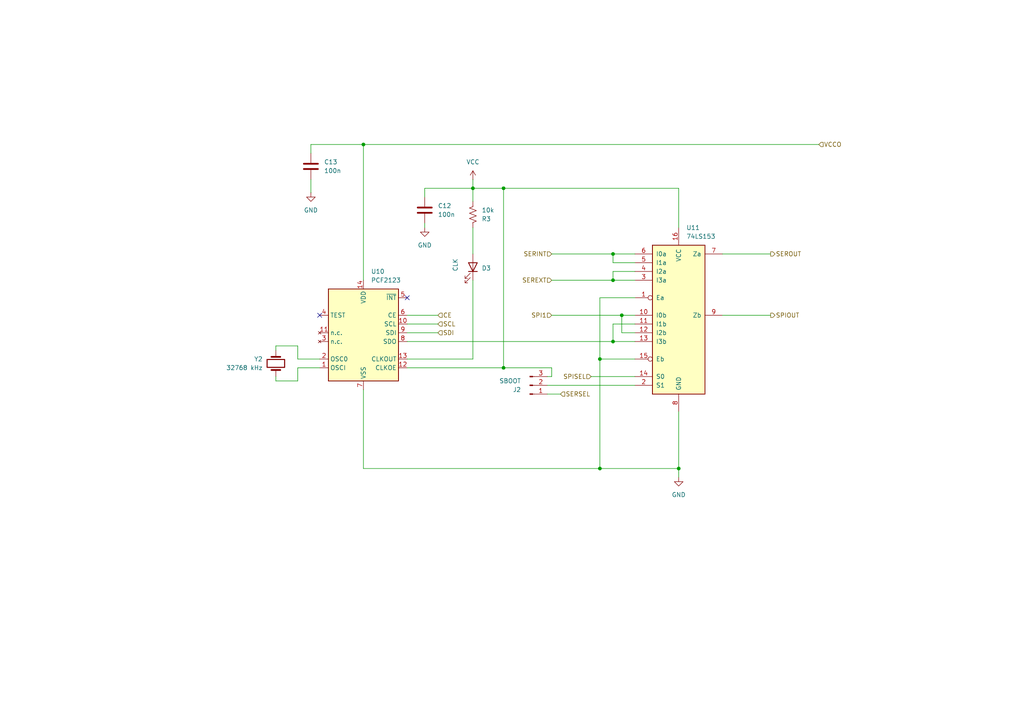
<source format=kicad_sch>
(kicad_sch
	(version 20231120)
	(generator "eeschema")
	(generator_version "8.0")
	(uuid "630bbb62-6ba5-4936-9da7-1bbdb60ab458")
	(paper "A4")
	(title_block
		(title "Mini11/8E Board V1.1")
	)
	(lib_symbols
		(symbol "74xx:74LS153"
			(pin_names
				(offset 1.016)
			)
			(exclude_from_sim no)
			(in_bom yes)
			(on_board yes)
			(property "Reference" "U"
				(at -7.62 21.59 0)
				(effects
					(font
						(size 1.27 1.27)
					)
				)
			)
			(property "Value" "74LS153"
				(at -7.62 -24.13 0)
				(effects
					(font
						(size 1.27 1.27)
					)
				)
			)
			(property "Footprint" ""
				(at 0 0 0)
				(effects
					(font
						(size 1.27 1.27)
					)
					(hide yes)
				)
			)
			(property "Datasheet" "http://www.ti.com/lit/gpn/sn74LS153"
				(at 0 0 0)
				(effects
					(font
						(size 1.27 1.27)
					)
					(hide yes)
				)
			)
			(property "Description" "Dual Multiplexer 4 to 1"
				(at 0 0 0)
				(effects
					(font
						(size 1.27 1.27)
					)
					(hide yes)
				)
			)
			(property "ki_locked" ""
				(at 0 0 0)
				(effects
					(font
						(size 1.27 1.27)
					)
				)
			)
			(property "ki_keywords" "TTL Mux4"
				(at 0 0 0)
				(effects
					(font
						(size 1.27 1.27)
					)
					(hide yes)
				)
			)
			(property "ki_fp_filters" "DIP?16*"
				(at 0 0 0)
				(effects
					(font
						(size 1.27 1.27)
					)
					(hide yes)
				)
			)
			(symbol "74LS153_1_0"
				(pin input inverted
					(at -12.7 5.08 0)
					(length 5.08)
					(name "Ea"
						(effects
							(font
								(size 1.27 1.27)
							)
						)
					)
					(number "1"
						(effects
							(font
								(size 1.27 1.27)
							)
						)
					)
				)
				(pin input line
					(at -12.7 0 0)
					(length 5.08)
					(name "I0b"
						(effects
							(font
								(size 1.27 1.27)
							)
						)
					)
					(number "10"
						(effects
							(font
								(size 1.27 1.27)
							)
						)
					)
				)
				(pin input line
					(at -12.7 -2.54 0)
					(length 5.08)
					(name "I1b"
						(effects
							(font
								(size 1.27 1.27)
							)
						)
					)
					(number "11"
						(effects
							(font
								(size 1.27 1.27)
							)
						)
					)
				)
				(pin input line
					(at -12.7 -5.08 0)
					(length 5.08)
					(name "I2b"
						(effects
							(font
								(size 1.27 1.27)
							)
						)
					)
					(number "12"
						(effects
							(font
								(size 1.27 1.27)
							)
						)
					)
				)
				(pin input line
					(at -12.7 -7.62 0)
					(length 5.08)
					(name "I3b"
						(effects
							(font
								(size 1.27 1.27)
							)
						)
					)
					(number "13"
						(effects
							(font
								(size 1.27 1.27)
							)
						)
					)
				)
				(pin input line
					(at -12.7 -17.78 0)
					(length 5.08)
					(name "S0"
						(effects
							(font
								(size 1.27 1.27)
							)
						)
					)
					(number "14"
						(effects
							(font
								(size 1.27 1.27)
							)
						)
					)
				)
				(pin input inverted
					(at -12.7 -12.7 0)
					(length 5.08)
					(name "Eb"
						(effects
							(font
								(size 1.27 1.27)
							)
						)
					)
					(number "15"
						(effects
							(font
								(size 1.27 1.27)
							)
						)
					)
				)
				(pin power_in line
					(at 0 25.4 270)
					(length 5.08)
					(name "VCC"
						(effects
							(font
								(size 1.27 1.27)
							)
						)
					)
					(number "16"
						(effects
							(font
								(size 1.27 1.27)
							)
						)
					)
				)
				(pin input line
					(at -12.7 -20.32 0)
					(length 5.08)
					(name "S1"
						(effects
							(font
								(size 1.27 1.27)
							)
						)
					)
					(number "2"
						(effects
							(font
								(size 1.27 1.27)
							)
						)
					)
				)
				(pin input line
					(at -12.7 10.16 0)
					(length 5.08)
					(name "I3a"
						(effects
							(font
								(size 1.27 1.27)
							)
						)
					)
					(number "3"
						(effects
							(font
								(size 1.27 1.27)
							)
						)
					)
				)
				(pin input line
					(at -12.7 12.7 0)
					(length 5.08)
					(name "I2a"
						(effects
							(font
								(size 1.27 1.27)
							)
						)
					)
					(number "4"
						(effects
							(font
								(size 1.27 1.27)
							)
						)
					)
				)
				(pin input line
					(at -12.7 15.24 0)
					(length 5.08)
					(name "I1a"
						(effects
							(font
								(size 1.27 1.27)
							)
						)
					)
					(number "5"
						(effects
							(font
								(size 1.27 1.27)
							)
						)
					)
				)
				(pin input line
					(at -12.7 17.78 0)
					(length 5.08)
					(name "I0a"
						(effects
							(font
								(size 1.27 1.27)
							)
						)
					)
					(number "6"
						(effects
							(font
								(size 1.27 1.27)
							)
						)
					)
				)
				(pin output line
					(at 12.7 17.78 180)
					(length 5.08)
					(name "Za"
						(effects
							(font
								(size 1.27 1.27)
							)
						)
					)
					(number "7"
						(effects
							(font
								(size 1.27 1.27)
							)
						)
					)
				)
				(pin power_in line
					(at 0 -27.94 90)
					(length 5.08)
					(name "GND"
						(effects
							(font
								(size 1.27 1.27)
							)
						)
					)
					(number "8"
						(effects
							(font
								(size 1.27 1.27)
							)
						)
					)
				)
				(pin output line
					(at 12.7 0 180)
					(length 5.08)
					(name "Zb"
						(effects
							(font
								(size 1.27 1.27)
							)
						)
					)
					(number "9"
						(effects
							(font
								(size 1.27 1.27)
							)
						)
					)
				)
			)
			(symbol "74LS153_1_1"
				(rectangle
					(start -7.62 20.32)
					(end 7.62 -22.86)
					(stroke
						(width 0.254)
						(type default)
					)
					(fill
						(type background)
					)
				)
			)
		)
		(symbol "Connector:Conn_01x03_Pin"
			(pin_names
				(offset 1.016) hide)
			(exclude_from_sim no)
			(in_bom yes)
			(on_board yes)
			(property "Reference" "J"
				(at 0 5.08 0)
				(effects
					(font
						(size 1.27 1.27)
					)
				)
			)
			(property "Value" "Conn_01x03_Pin"
				(at 0 -5.08 0)
				(effects
					(font
						(size 1.27 1.27)
					)
				)
			)
			(property "Footprint" ""
				(at 0 0 0)
				(effects
					(font
						(size 1.27 1.27)
					)
					(hide yes)
				)
			)
			(property "Datasheet" "~"
				(at 0 0 0)
				(effects
					(font
						(size 1.27 1.27)
					)
					(hide yes)
				)
			)
			(property "Description" "Generic connector, single row, 01x03, script generated"
				(at 0 0 0)
				(effects
					(font
						(size 1.27 1.27)
					)
					(hide yes)
				)
			)
			(property "ki_locked" ""
				(at 0 0 0)
				(effects
					(font
						(size 1.27 1.27)
					)
				)
			)
			(property "ki_keywords" "connector"
				(at 0 0 0)
				(effects
					(font
						(size 1.27 1.27)
					)
					(hide yes)
				)
			)
			(property "ki_fp_filters" "Connector*:*_1x??_*"
				(at 0 0 0)
				(effects
					(font
						(size 1.27 1.27)
					)
					(hide yes)
				)
			)
			(symbol "Conn_01x03_Pin_1_1"
				(polyline
					(pts
						(xy 1.27 -2.54) (xy 0.8636 -2.54)
					)
					(stroke
						(width 0.1524)
						(type default)
					)
					(fill
						(type none)
					)
				)
				(polyline
					(pts
						(xy 1.27 0) (xy 0.8636 0)
					)
					(stroke
						(width 0.1524)
						(type default)
					)
					(fill
						(type none)
					)
				)
				(polyline
					(pts
						(xy 1.27 2.54) (xy 0.8636 2.54)
					)
					(stroke
						(width 0.1524)
						(type default)
					)
					(fill
						(type none)
					)
				)
				(rectangle
					(start 0.8636 -2.413)
					(end 0 -2.667)
					(stroke
						(width 0.1524)
						(type default)
					)
					(fill
						(type outline)
					)
				)
				(rectangle
					(start 0.8636 0.127)
					(end 0 -0.127)
					(stroke
						(width 0.1524)
						(type default)
					)
					(fill
						(type outline)
					)
				)
				(rectangle
					(start 0.8636 2.667)
					(end 0 2.413)
					(stroke
						(width 0.1524)
						(type default)
					)
					(fill
						(type outline)
					)
				)
				(pin passive line
					(at 5.08 2.54 180)
					(length 3.81)
					(name "Pin_1"
						(effects
							(font
								(size 1.27 1.27)
							)
						)
					)
					(number "1"
						(effects
							(font
								(size 1.27 1.27)
							)
						)
					)
				)
				(pin passive line
					(at 5.08 0 180)
					(length 3.81)
					(name "Pin_2"
						(effects
							(font
								(size 1.27 1.27)
							)
						)
					)
					(number "2"
						(effects
							(font
								(size 1.27 1.27)
							)
						)
					)
				)
				(pin passive line
					(at 5.08 -2.54 180)
					(length 3.81)
					(name "Pin_3"
						(effects
							(font
								(size 1.27 1.27)
							)
						)
					)
					(number "3"
						(effects
							(font
								(size 1.27 1.27)
							)
						)
					)
				)
			)
		)
		(symbol "Device:C"
			(pin_numbers hide)
			(pin_names
				(offset 0.254)
			)
			(exclude_from_sim no)
			(in_bom yes)
			(on_board yes)
			(property "Reference" "C"
				(at 0.635 2.54 0)
				(effects
					(font
						(size 1.27 1.27)
					)
					(justify left)
				)
			)
			(property "Value" "C"
				(at 0.635 -2.54 0)
				(effects
					(font
						(size 1.27 1.27)
					)
					(justify left)
				)
			)
			(property "Footprint" ""
				(at 0.9652 -3.81 0)
				(effects
					(font
						(size 1.27 1.27)
					)
					(hide yes)
				)
			)
			(property "Datasheet" "~"
				(at 0 0 0)
				(effects
					(font
						(size 1.27 1.27)
					)
					(hide yes)
				)
			)
			(property "Description" "Unpolarized capacitor"
				(at 0 0 0)
				(effects
					(font
						(size 1.27 1.27)
					)
					(hide yes)
				)
			)
			(property "ki_keywords" "cap capacitor"
				(at 0 0 0)
				(effects
					(font
						(size 1.27 1.27)
					)
					(hide yes)
				)
			)
			(property "ki_fp_filters" "C_*"
				(at 0 0 0)
				(effects
					(font
						(size 1.27 1.27)
					)
					(hide yes)
				)
			)
			(symbol "C_0_1"
				(polyline
					(pts
						(xy -2.032 -0.762) (xy 2.032 -0.762)
					)
					(stroke
						(width 0.508)
						(type default)
					)
					(fill
						(type none)
					)
				)
				(polyline
					(pts
						(xy -2.032 0.762) (xy 2.032 0.762)
					)
					(stroke
						(width 0.508)
						(type default)
					)
					(fill
						(type none)
					)
				)
			)
			(symbol "C_1_1"
				(pin passive line
					(at 0 3.81 270)
					(length 2.794)
					(name "~"
						(effects
							(font
								(size 1.27 1.27)
							)
						)
					)
					(number "1"
						(effects
							(font
								(size 1.27 1.27)
							)
						)
					)
				)
				(pin passive line
					(at 0 -3.81 90)
					(length 2.794)
					(name "~"
						(effects
							(font
								(size 1.27 1.27)
							)
						)
					)
					(number "2"
						(effects
							(font
								(size 1.27 1.27)
							)
						)
					)
				)
			)
		)
		(symbol "Device:Crystal"
			(pin_numbers hide)
			(pin_names
				(offset 1.016) hide)
			(exclude_from_sim no)
			(in_bom yes)
			(on_board yes)
			(property "Reference" "Y"
				(at 0 3.81 0)
				(effects
					(font
						(size 1.27 1.27)
					)
				)
			)
			(property "Value" "Crystal"
				(at 0 -3.81 0)
				(effects
					(font
						(size 1.27 1.27)
					)
				)
			)
			(property "Footprint" ""
				(at 0 0 0)
				(effects
					(font
						(size 1.27 1.27)
					)
					(hide yes)
				)
			)
			(property "Datasheet" "~"
				(at 0 0 0)
				(effects
					(font
						(size 1.27 1.27)
					)
					(hide yes)
				)
			)
			(property "Description" "Two pin crystal"
				(at 0 0 0)
				(effects
					(font
						(size 1.27 1.27)
					)
					(hide yes)
				)
			)
			(property "ki_keywords" "quartz ceramic resonator oscillator"
				(at 0 0 0)
				(effects
					(font
						(size 1.27 1.27)
					)
					(hide yes)
				)
			)
			(property "ki_fp_filters" "Crystal*"
				(at 0 0 0)
				(effects
					(font
						(size 1.27 1.27)
					)
					(hide yes)
				)
			)
			(symbol "Crystal_0_1"
				(rectangle
					(start -1.143 2.54)
					(end 1.143 -2.54)
					(stroke
						(width 0.3048)
						(type default)
					)
					(fill
						(type none)
					)
				)
				(polyline
					(pts
						(xy -2.54 0) (xy -1.905 0)
					)
					(stroke
						(width 0)
						(type default)
					)
					(fill
						(type none)
					)
				)
				(polyline
					(pts
						(xy -1.905 -1.27) (xy -1.905 1.27)
					)
					(stroke
						(width 0.508)
						(type default)
					)
					(fill
						(type none)
					)
				)
				(polyline
					(pts
						(xy 1.905 -1.27) (xy 1.905 1.27)
					)
					(stroke
						(width 0.508)
						(type default)
					)
					(fill
						(type none)
					)
				)
				(polyline
					(pts
						(xy 2.54 0) (xy 1.905 0)
					)
					(stroke
						(width 0)
						(type default)
					)
					(fill
						(type none)
					)
				)
			)
			(symbol "Crystal_1_1"
				(pin passive line
					(at -3.81 0 0)
					(length 1.27)
					(name "1"
						(effects
							(font
								(size 1.27 1.27)
							)
						)
					)
					(number "1"
						(effects
							(font
								(size 1.27 1.27)
							)
						)
					)
				)
				(pin passive line
					(at 3.81 0 180)
					(length 1.27)
					(name "2"
						(effects
							(font
								(size 1.27 1.27)
							)
						)
					)
					(number "2"
						(effects
							(font
								(size 1.27 1.27)
							)
						)
					)
				)
			)
		)
		(symbol "Device:LED"
			(pin_numbers hide)
			(pin_names
				(offset 1.016) hide)
			(exclude_from_sim no)
			(in_bom yes)
			(on_board yes)
			(property "Reference" "D"
				(at 0 2.54 0)
				(effects
					(font
						(size 1.27 1.27)
					)
				)
			)
			(property "Value" "LED"
				(at 0 -2.54 0)
				(effects
					(font
						(size 1.27 1.27)
					)
				)
			)
			(property "Footprint" ""
				(at 0 0 0)
				(effects
					(font
						(size 1.27 1.27)
					)
					(hide yes)
				)
			)
			(property "Datasheet" "~"
				(at 0 0 0)
				(effects
					(font
						(size 1.27 1.27)
					)
					(hide yes)
				)
			)
			(property "Description" "Light emitting diode"
				(at 0 0 0)
				(effects
					(font
						(size 1.27 1.27)
					)
					(hide yes)
				)
			)
			(property "ki_keywords" "LED diode"
				(at 0 0 0)
				(effects
					(font
						(size 1.27 1.27)
					)
					(hide yes)
				)
			)
			(property "ki_fp_filters" "LED* LED_SMD:* LED_THT:*"
				(at 0 0 0)
				(effects
					(font
						(size 1.27 1.27)
					)
					(hide yes)
				)
			)
			(symbol "LED_0_1"
				(polyline
					(pts
						(xy -1.27 -1.27) (xy -1.27 1.27)
					)
					(stroke
						(width 0.254)
						(type default)
					)
					(fill
						(type none)
					)
				)
				(polyline
					(pts
						(xy -1.27 0) (xy 1.27 0)
					)
					(stroke
						(width 0)
						(type default)
					)
					(fill
						(type none)
					)
				)
				(polyline
					(pts
						(xy 1.27 -1.27) (xy 1.27 1.27) (xy -1.27 0) (xy 1.27 -1.27)
					)
					(stroke
						(width 0.254)
						(type default)
					)
					(fill
						(type none)
					)
				)
				(polyline
					(pts
						(xy -3.048 -0.762) (xy -4.572 -2.286) (xy -3.81 -2.286) (xy -4.572 -2.286) (xy -4.572 -1.524)
					)
					(stroke
						(width 0)
						(type default)
					)
					(fill
						(type none)
					)
				)
				(polyline
					(pts
						(xy -1.778 -0.762) (xy -3.302 -2.286) (xy -2.54 -2.286) (xy -3.302 -2.286) (xy -3.302 -1.524)
					)
					(stroke
						(width 0)
						(type default)
					)
					(fill
						(type none)
					)
				)
			)
			(symbol "LED_1_1"
				(pin passive line
					(at -3.81 0 0)
					(length 2.54)
					(name "K"
						(effects
							(font
								(size 1.27 1.27)
							)
						)
					)
					(number "1"
						(effects
							(font
								(size 1.27 1.27)
							)
						)
					)
				)
				(pin passive line
					(at 3.81 0 180)
					(length 2.54)
					(name "A"
						(effects
							(font
								(size 1.27 1.27)
							)
						)
					)
					(number "2"
						(effects
							(font
								(size 1.27 1.27)
							)
						)
					)
				)
			)
		)
		(symbol "Device:R_US"
			(pin_numbers hide)
			(pin_names
				(offset 0)
			)
			(exclude_from_sim no)
			(in_bom yes)
			(on_board yes)
			(property "Reference" "R"
				(at 2.54 0 90)
				(effects
					(font
						(size 1.27 1.27)
					)
				)
			)
			(property "Value" "R_US"
				(at -2.54 0 90)
				(effects
					(font
						(size 1.27 1.27)
					)
				)
			)
			(property "Footprint" ""
				(at 1.016 -0.254 90)
				(effects
					(font
						(size 1.27 1.27)
					)
					(hide yes)
				)
			)
			(property "Datasheet" "~"
				(at 0 0 0)
				(effects
					(font
						(size 1.27 1.27)
					)
					(hide yes)
				)
			)
			(property "Description" "Resistor, US symbol"
				(at 0 0 0)
				(effects
					(font
						(size 1.27 1.27)
					)
					(hide yes)
				)
			)
			(property "ki_keywords" "R res resistor"
				(at 0 0 0)
				(effects
					(font
						(size 1.27 1.27)
					)
					(hide yes)
				)
			)
			(property "ki_fp_filters" "R_*"
				(at 0 0 0)
				(effects
					(font
						(size 1.27 1.27)
					)
					(hide yes)
				)
			)
			(symbol "R_US_0_1"
				(polyline
					(pts
						(xy 0 -2.286) (xy 0 -2.54)
					)
					(stroke
						(width 0)
						(type default)
					)
					(fill
						(type none)
					)
				)
				(polyline
					(pts
						(xy 0 2.286) (xy 0 2.54)
					)
					(stroke
						(width 0)
						(type default)
					)
					(fill
						(type none)
					)
				)
				(polyline
					(pts
						(xy 0 -0.762) (xy 1.016 -1.143) (xy 0 -1.524) (xy -1.016 -1.905) (xy 0 -2.286)
					)
					(stroke
						(width 0)
						(type default)
					)
					(fill
						(type none)
					)
				)
				(polyline
					(pts
						(xy 0 0.762) (xy 1.016 0.381) (xy 0 0) (xy -1.016 -0.381) (xy 0 -0.762)
					)
					(stroke
						(width 0)
						(type default)
					)
					(fill
						(type none)
					)
				)
				(polyline
					(pts
						(xy 0 2.286) (xy 1.016 1.905) (xy 0 1.524) (xy -1.016 1.143) (xy 0 0.762)
					)
					(stroke
						(width 0)
						(type default)
					)
					(fill
						(type none)
					)
				)
			)
			(symbol "R_US_1_1"
				(pin passive line
					(at 0 3.81 270)
					(length 1.27)
					(name "~"
						(effects
							(font
								(size 1.27 1.27)
							)
						)
					)
					(number "1"
						(effects
							(font
								(size 1.27 1.27)
							)
						)
					)
				)
				(pin passive line
					(at 0 -3.81 90)
					(length 1.27)
					(name "~"
						(effects
							(font
								(size 1.27 1.27)
							)
						)
					)
					(number "2"
						(effects
							(font
								(size 1.27 1.27)
							)
						)
					)
				)
			)
		)
		(symbol "New_Library:PCF2123"
			(exclude_from_sim no)
			(in_bom yes)
			(on_board yes)
			(property "Reference" "U"
				(at 3.048 14.732 0)
				(effects
					(font
						(size 1.27 1.27)
					)
				)
			)
			(property "Value" "PCF2123"
				(at 0.508 2.54 0)
				(effects
					(font
						(size 1.27 1.27)
					)
				)
			)
			(property "Footprint" "Package_DIP:DIP-8_W7.62mm"
				(at -17.526 -22.352 0)
				(effects
					(font
						(size 1.27 1.27)
					)
					(hide yes)
				)
			)
			(property "Datasheet" "https://www.nxp.com/docs/en/data-sheet/PCF2123.pdf"
				(at 0.762 27.432 0)
				(effects
					(font
						(size 1.27 1.27)
					)
					(hide yes)
				)
			)
			(property "Description" "SPI Real time clock/calendar, 1.1V to 5.5V VCC, 0°C to +70°C, TSSOP14"
				(at 3.048 -27.432 0)
				(effects
					(font
						(size 1.27 1.27)
					)
					(hide yes)
				)
			)
			(property "ki_keywords" "RTC, Trickle-Charge Timekeeping Chip"
				(at 0 0 0)
				(effects
					(font
						(size 1.27 1.27)
					)
					(hide yes)
				)
			)
			(property "ki_fp_filters" "DIP*W7.62mm*"
				(at 0 0 0)
				(effects
					(font
						(size 1.27 1.27)
					)
					(hide yes)
				)
			)
			(symbol "PCF2123_1_1"
				(rectangle
					(start -10.16 12.7)
					(end 10.16 -13.97)
					(stroke
						(width 0.254)
						(type default)
					)
					(fill
						(type background)
					)
				)
				(pin input line
					(at -12.7 -10.16 0)
					(length 2.54)
					(name "OSCI"
						(effects
							(font
								(size 1.27 1.27)
							)
						)
					)
					(number "1"
						(effects
							(font
								(size 1.27 1.27)
							)
						)
					)
				)
				(pin input line
					(at 12.7 2.54 180)
					(length 2.54)
					(name "SCL"
						(effects
							(font
								(size 1.27 1.27)
							)
						)
					)
					(number "10"
						(effects
							(font
								(size 1.27 1.27)
							)
						)
					)
				)
				(pin no_connect line
					(at -12.7 0 0)
					(length 2.54)
					(name "n.c."
						(effects
							(font
								(size 1.27 1.27)
							)
						)
					)
					(number "11"
						(effects
							(font
								(size 1.27 1.27)
							)
						)
					)
				)
				(pin input line
					(at 12.7 -10.16 180)
					(length 2.54)
					(name "CLKOE"
						(effects
							(font
								(size 1.27 1.27)
							)
						)
					)
					(number "12"
						(effects
							(font
								(size 1.27 1.27)
							)
						)
					)
				)
				(pin output line
					(at 12.7 -7.62 180)
					(length 2.54)
					(name "CLKOUT"
						(effects
							(font
								(size 1.27 1.27)
							)
						)
					)
					(number "13"
						(effects
							(font
								(size 1.27 1.27)
							)
						)
					)
				)
				(pin power_in line
					(at 0 15.24 270)
					(length 2.54)
					(name "VDD"
						(effects
							(font
								(size 1.27 1.27)
							)
						)
					)
					(number "14"
						(effects
							(font
								(size 1.27 1.27)
							)
						)
					)
				)
				(pin output line
					(at -12.7 -7.62 0)
					(length 2.54)
					(name "OSC0"
						(effects
							(font
								(size 1.27 1.27)
							)
						)
					)
					(number "2"
						(effects
							(font
								(size 1.27 1.27)
							)
						)
					)
				)
				(pin no_connect line
					(at -12.7 -2.54 0)
					(length 2.54)
					(name "n.c."
						(effects
							(font
								(size 1.27 1.27)
							)
						)
					)
					(number "3"
						(effects
							(font
								(size 1.27 1.27)
							)
						)
					)
				)
				(pin bidirectional line
					(at -12.7 5.08 0)
					(length 2.54)
					(name "TEST"
						(effects
							(font
								(size 1.27 1.27)
							)
						)
					)
					(number "4"
						(effects
							(font
								(size 1.27 1.27)
							)
						)
					)
				)
				(pin output line
					(at 12.7 10.16 180)
					(length 2.54)
					(name "~{INT}"
						(effects
							(font
								(size 1.27 1.27)
							)
						)
					)
					(number "5"
						(effects
							(font
								(size 1.27 1.27)
							)
						)
					)
				)
				(pin input line
					(at 12.7 5.08 180)
					(length 2.54)
					(name "CE"
						(effects
							(font
								(size 1.27 1.27)
							)
						)
					)
					(number "6"
						(effects
							(font
								(size 1.27 1.27)
							)
						)
					)
				)
				(pin power_in line
					(at 0 -16.51 90)
					(length 2.54)
					(name "VSS"
						(effects
							(font
								(size 1.27 1.27)
							)
						)
					)
					(number "7"
						(effects
							(font
								(size 1.27 1.27)
							)
						)
					)
				)
				(pin output line
					(at 12.7 -2.54 180)
					(length 2.54)
					(name "SDO"
						(effects
							(font
								(size 1.27 1.27)
							)
						)
					)
					(number "8"
						(effects
							(font
								(size 1.27 1.27)
							)
						)
					)
				)
				(pin input line
					(at 12.7 0 180)
					(length 2.54)
					(name "SDI"
						(effects
							(font
								(size 1.27 1.27)
							)
						)
					)
					(number "9"
						(effects
							(font
								(size 1.27 1.27)
							)
						)
					)
				)
			)
		)
		(symbol "power:GND"
			(power)
			(pin_numbers hide)
			(pin_names
				(offset 0) hide)
			(exclude_from_sim no)
			(in_bom yes)
			(on_board yes)
			(property "Reference" "#PWR"
				(at 0 -6.35 0)
				(effects
					(font
						(size 1.27 1.27)
					)
					(hide yes)
				)
			)
			(property "Value" "GND"
				(at 0 -3.81 0)
				(effects
					(font
						(size 1.27 1.27)
					)
				)
			)
			(property "Footprint" ""
				(at 0 0 0)
				(effects
					(font
						(size 1.27 1.27)
					)
					(hide yes)
				)
			)
			(property "Datasheet" ""
				(at 0 0 0)
				(effects
					(font
						(size 1.27 1.27)
					)
					(hide yes)
				)
			)
			(property "Description" "Power symbol creates a global label with name \"GND\" , ground"
				(at 0 0 0)
				(effects
					(font
						(size 1.27 1.27)
					)
					(hide yes)
				)
			)
			(property "ki_keywords" "global power"
				(at 0 0 0)
				(effects
					(font
						(size 1.27 1.27)
					)
					(hide yes)
				)
			)
			(symbol "GND_0_1"
				(polyline
					(pts
						(xy 0 0) (xy 0 -1.27) (xy 1.27 -1.27) (xy 0 -2.54) (xy -1.27 -1.27) (xy 0 -1.27)
					)
					(stroke
						(width 0)
						(type default)
					)
					(fill
						(type none)
					)
				)
			)
			(symbol "GND_1_1"
				(pin power_in line
					(at 0 0 270)
					(length 0)
					(name "~"
						(effects
							(font
								(size 1.27 1.27)
							)
						)
					)
					(number "1"
						(effects
							(font
								(size 1.27 1.27)
							)
						)
					)
				)
			)
		)
		(symbol "power:VCC"
			(power)
			(pin_numbers hide)
			(pin_names
				(offset 0) hide)
			(exclude_from_sim no)
			(in_bom yes)
			(on_board yes)
			(property "Reference" "#PWR"
				(at 0 -3.81 0)
				(effects
					(font
						(size 1.27 1.27)
					)
					(hide yes)
				)
			)
			(property "Value" "VCC"
				(at 0 3.556 0)
				(effects
					(font
						(size 1.27 1.27)
					)
				)
			)
			(property "Footprint" ""
				(at 0 0 0)
				(effects
					(font
						(size 1.27 1.27)
					)
					(hide yes)
				)
			)
			(property "Datasheet" ""
				(at 0 0 0)
				(effects
					(font
						(size 1.27 1.27)
					)
					(hide yes)
				)
			)
			(property "Description" "Power symbol creates a global label with name \"VCC\""
				(at 0 0 0)
				(effects
					(font
						(size 1.27 1.27)
					)
					(hide yes)
				)
			)
			(property "ki_keywords" "global power"
				(at 0 0 0)
				(effects
					(font
						(size 1.27 1.27)
					)
					(hide yes)
				)
			)
			(symbol "VCC_0_1"
				(polyline
					(pts
						(xy -0.762 1.27) (xy 0 2.54)
					)
					(stroke
						(width 0)
						(type default)
					)
					(fill
						(type none)
					)
				)
				(polyline
					(pts
						(xy 0 0) (xy 0 2.54)
					)
					(stroke
						(width 0)
						(type default)
					)
					(fill
						(type none)
					)
				)
				(polyline
					(pts
						(xy 0 2.54) (xy 0.762 1.27)
					)
					(stroke
						(width 0)
						(type default)
					)
					(fill
						(type none)
					)
				)
			)
			(symbol "VCC_1_1"
				(pin power_in line
					(at 0 0 90)
					(length 0)
					(name "~"
						(effects
							(font
								(size 1.27 1.27)
							)
						)
					)
					(number "1"
						(effects
							(font
								(size 1.27 1.27)
							)
						)
					)
				)
			)
		)
	)
	(junction
		(at 146.05 106.68)
		(diameter 0)
		(color 0 0 0 0)
		(uuid "01967152-eef0-4867-8373-b67d8c5b0560")
	)
	(junction
		(at 105.41 41.91)
		(diameter 0)
		(color 0 0 0 0)
		(uuid "0ec8aafa-8008-4435-bed3-3f19aec4991f")
	)
	(junction
		(at 177.8 73.66)
		(diameter 0)
		(color 0 0 0 0)
		(uuid "35d83a15-68e6-4c9d-98af-c3f7ca38519b")
	)
	(junction
		(at 137.16 54.61)
		(diameter 0)
		(color 0 0 0 0)
		(uuid "4d62a446-eff5-45ae-b5a1-d4ecd183fccb")
	)
	(junction
		(at 180.34 91.44)
		(diameter 0)
		(color 0 0 0 0)
		(uuid "5c7b1c8a-5e4a-4285-94b5-c49f4f679ea3")
	)
	(junction
		(at 173.99 135.89)
		(diameter 0)
		(color 0 0 0 0)
		(uuid "6d3d9c1c-5ea2-457e-8dbf-18df344a2bbb")
	)
	(junction
		(at 196.85 135.89)
		(diameter 0)
		(color 0 0 0 0)
		(uuid "7e22bdff-f009-4655-8a3e-cd505640fc24")
	)
	(junction
		(at 177.8 81.28)
		(diameter 0)
		(color 0 0 0 0)
		(uuid "85f3adbf-eb2b-4c8b-9b3b-9b1e52a9d0b2")
	)
	(junction
		(at 173.99 104.14)
		(diameter 0)
		(color 0 0 0 0)
		(uuid "ee0ce8bd-cb93-4a65-93b4-1e5bf7fb7560")
	)
	(junction
		(at 177.8 99.06)
		(diameter 0)
		(color 0 0 0 0)
		(uuid "f0c136ad-6972-4c87-8b11-4ab3fa3ed6ca")
	)
	(junction
		(at 146.05 54.61)
		(diameter 0)
		(color 0 0 0 0)
		(uuid "fc5ed4f4-aa0c-4ee4-b1db-390dcb882c8d")
	)
	(no_connect
		(at 118.11 86.36)
		(uuid "92494f4d-8cd0-4262-a9d3-e19dd9f6f5d1")
	)
	(no_connect
		(at 92.71 91.44)
		(uuid "96c1027e-f20a-48f6-93fc-9904b68733ae")
	)
	(wire
		(pts
			(xy 105.41 41.91) (xy 237.49 41.91)
		)
		(stroke
			(width 0)
			(type default)
		)
		(uuid "02e8d1b2-00ef-4bf9-9619-cf56dc1f8163")
	)
	(wire
		(pts
			(xy 127 96.52) (xy 118.11 96.52)
		)
		(stroke
			(width 0)
			(type default)
		)
		(uuid "05317e31-b34b-40b6-a15a-9a94e2ae9b9e")
	)
	(wire
		(pts
			(xy 160.02 81.28) (xy 177.8 81.28)
		)
		(stroke
			(width 0)
			(type default)
		)
		(uuid "0567a1b7-fe9a-4f17-a07f-b3947abeef79")
	)
	(wire
		(pts
			(xy 180.34 96.52) (xy 184.15 96.52)
		)
		(stroke
			(width 0)
			(type default)
		)
		(uuid "063adbfb-86ae-48e8-a77e-9ab3735aa5c1")
	)
	(wire
		(pts
			(xy 177.8 99.06) (xy 184.15 99.06)
		)
		(stroke
			(width 0)
			(type default)
		)
		(uuid "07472087-2909-49d2-aad5-a2da353eebd9")
	)
	(wire
		(pts
			(xy 196.85 138.43) (xy 196.85 135.89)
		)
		(stroke
			(width 0)
			(type default)
		)
		(uuid "1583a63b-5b50-4c1b-9bef-6f85e7aff318")
	)
	(wire
		(pts
			(xy 160.02 91.44) (xy 180.34 91.44)
		)
		(stroke
			(width 0)
			(type default)
		)
		(uuid "163db2db-f255-4e00-a4f7-450981889a2f")
	)
	(wire
		(pts
			(xy 137.16 104.14) (xy 118.11 104.14)
		)
		(stroke
			(width 0)
			(type default)
		)
		(uuid "165eb662-0871-4210-b7b0-d2029953e834")
	)
	(wire
		(pts
			(xy 160.02 73.66) (xy 177.8 73.66)
		)
		(stroke
			(width 0)
			(type default)
		)
		(uuid "167782e4-8a8e-4fd0-8608-d0edf88990c1")
	)
	(wire
		(pts
			(xy 105.41 41.91) (xy 90.17 41.91)
		)
		(stroke
			(width 0)
			(type default)
		)
		(uuid "17907fd7-93df-4366-b8cf-a702168eea94")
	)
	(wire
		(pts
			(xy 137.16 52.07) (xy 137.16 54.61)
		)
		(stroke
			(width 0)
			(type default)
		)
		(uuid "17d614b1-e2d4-4788-8f10-f5a1e5b3fa9c")
	)
	(wire
		(pts
			(xy 158.75 109.22) (xy 160.02 109.22)
		)
		(stroke
			(width 0)
			(type default)
		)
		(uuid "1808ec4f-1823-4e0a-93dd-f205a911277c")
	)
	(wire
		(pts
			(xy 158.75 111.76) (xy 184.15 111.76)
		)
		(stroke
			(width 0)
			(type default)
		)
		(uuid "1d175f01-3304-4ef9-9d7d-776c23c28f7d")
	)
	(wire
		(pts
			(xy 173.99 135.89) (xy 196.85 135.89)
		)
		(stroke
			(width 0)
			(type default)
		)
		(uuid "1f71fe5f-332b-45f6-bacb-5699a903c8db")
	)
	(wire
		(pts
			(xy 86.36 100.33) (xy 80.01 100.33)
		)
		(stroke
			(width 0)
			(type default)
		)
		(uuid "34d6e7d4-417d-4f01-bee2-5693c99c0b86")
	)
	(wire
		(pts
			(xy 123.19 64.77) (xy 123.19 66.04)
		)
		(stroke
			(width 0)
			(type default)
		)
		(uuid "3614c708-ca87-41ec-addd-d632e97db77e")
	)
	(wire
		(pts
			(xy 80.01 100.33) (xy 80.01 101.6)
		)
		(stroke
			(width 0)
			(type default)
		)
		(uuid "3f72b4bd-0542-42a8-9029-26fa117392c4")
	)
	(wire
		(pts
			(xy 180.34 91.44) (xy 180.34 96.52)
		)
		(stroke
			(width 0)
			(type default)
		)
		(uuid "482543c8-e746-4d74-b314-0d4ef7b6e4df")
	)
	(wire
		(pts
			(xy 146.05 106.68) (xy 146.05 54.61)
		)
		(stroke
			(width 0)
			(type default)
		)
		(uuid "4a231e8b-e365-4d5e-9c98-b65d48a8bb08")
	)
	(wire
		(pts
			(xy 146.05 106.68) (xy 118.11 106.68)
		)
		(stroke
			(width 0)
			(type default)
		)
		(uuid "4bdfe702-9855-431a-b59b-31bc8258bdad")
	)
	(wire
		(pts
			(xy 223.52 91.44) (xy 209.55 91.44)
		)
		(stroke
			(width 0)
			(type default)
		)
		(uuid "4f39d721-3280-4064-880e-4326e818961a")
	)
	(wire
		(pts
			(xy 184.15 86.36) (xy 173.99 86.36)
		)
		(stroke
			(width 0)
			(type default)
		)
		(uuid "51830263-004a-46fc-a157-9664168a95ce")
	)
	(wire
		(pts
			(xy 162.56 114.3) (xy 158.75 114.3)
		)
		(stroke
			(width 0)
			(type default)
		)
		(uuid "5cb0ef32-42a8-4a5d-a322-2dc5bec95212")
	)
	(wire
		(pts
			(xy 118.11 99.06) (xy 177.8 99.06)
		)
		(stroke
			(width 0)
			(type default)
		)
		(uuid "69814ef5-1c38-4fe2-b501-59ed6ff96616")
	)
	(wire
		(pts
			(xy 86.36 106.68) (xy 86.36 110.49)
		)
		(stroke
			(width 0)
			(type default)
		)
		(uuid "6b77423b-16cc-4ed0-8eea-3cfa85267a4c")
	)
	(wire
		(pts
			(xy 123.19 54.61) (xy 123.19 57.15)
		)
		(stroke
			(width 0)
			(type default)
		)
		(uuid "6b82b623-181d-42b8-b324-5166e22a9b17")
	)
	(wire
		(pts
			(xy 184.15 91.44) (xy 180.34 91.44)
		)
		(stroke
			(width 0)
			(type default)
		)
		(uuid "70ceb1c4-4be0-446b-a2ed-a75178d20292")
	)
	(wire
		(pts
			(xy 184.15 93.98) (xy 177.8 93.98)
		)
		(stroke
			(width 0)
			(type default)
		)
		(uuid "7bdad210-a8a9-4dcd-8145-1a478c056e1c")
	)
	(wire
		(pts
			(xy 177.8 73.66) (xy 177.8 76.2)
		)
		(stroke
			(width 0)
			(type default)
		)
		(uuid "7dc61ef7-0354-49ae-afc5-db6536f26bb3")
	)
	(wire
		(pts
			(xy 160.02 109.22) (xy 160.02 106.68)
		)
		(stroke
			(width 0)
			(type default)
		)
		(uuid "805c040b-8d50-4825-bea9-b329b9ad3bff")
	)
	(wire
		(pts
			(xy 92.71 106.68) (xy 86.36 106.68)
		)
		(stroke
			(width 0)
			(type default)
		)
		(uuid "82ca74c5-cd26-473c-a459-eadff661df9d")
	)
	(wire
		(pts
			(xy 86.36 110.49) (xy 80.01 110.49)
		)
		(stroke
			(width 0)
			(type default)
		)
		(uuid "83dd13c7-b304-42fd-b44f-8859680a2f8d")
	)
	(wire
		(pts
			(xy 105.41 113.03) (xy 105.41 135.89)
		)
		(stroke
			(width 0)
			(type default)
		)
		(uuid "85f24707-03c6-4e41-95f2-147c8eb494a2")
	)
	(wire
		(pts
			(xy 177.8 76.2) (xy 184.15 76.2)
		)
		(stroke
			(width 0)
			(type default)
		)
		(uuid "88ff75c2-47a2-4904-8737-ed3603046d6c")
	)
	(wire
		(pts
			(xy 173.99 104.14) (xy 184.15 104.14)
		)
		(stroke
			(width 0)
			(type default)
		)
		(uuid "8bf4627b-ba3b-4b6d-9f1e-0211c608d2b3")
	)
	(wire
		(pts
			(xy 177.8 81.28) (xy 177.8 78.74)
		)
		(stroke
			(width 0)
			(type default)
		)
		(uuid "8e897d13-9fef-4132-ad14-77ab1078b964")
	)
	(wire
		(pts
			(xy 184.15 73.66) (xy 177.8 73.66)
		)
		(stroke
			(width 0)
			(type default)
		)
		(uuid "8ec1bea5-7e80-41e9-b5d7-193408f33015")
	)
	(wire
		(pts
			(xy 173.99 135.89) (xy 105.41 135.89)
		)
		(stroke
			(width 0)
			(type default)
		)
		(uuid "a0dfa4f2-560d-4aa5-af4e-fb645df50eb0")
	)
	(wire
		(pts
			(xy 196.85 54.61) (xy 146.05 54.61)
		)
		(stroke
			(width 0)
			(type default)
		)
		(uuid "a3253fb7-8323-4eef-a380-b56d7a9fdcb2")
	)
	(wire
		(pts
			(xy 146.05 54.61) (xy 137.16 54.61)
		)
		(stroke
			(width 0)
			(type default)
		)
		(uuid "a32b5081-ec52-4d0e-a04a-e0dbdecf386c")
	)
	(wire
		(pts
			(xy 105.41 41.91) (xy 105.41 81.28)
		)
		(stroke
			(width 0)
			(type default)
		)
		(uuid "a37bc4d3-1e31-4cca-baae-845ff9d9658e")
	)
	(wire
		(pts
			(xy 137.16 73.66) (xy 137.16 66.04)
		)
		(stroke
			(width 0)
			(type default)
		)
		(uuid "abd0b380-acb8-41a8-bb7c-f306cc449685")
	)
	(wire
		(pts
			(xy 173.99 104.14) (xy 173.99 135.89)
		)
		(stroke
			(width 0)
			(type default)
		)
		(uuid "b29e5179-35c7-4bc9-a3bc-2f1b3349bb58")
	)
	(wire
		(pts
			(xy 196.85 66.04) (xy 196.85 54.61)
		)
		(stroke
			(width 0)
			(type default)
		)
		(uuid "b99d1b2f-6d13-460e-bb98-0d4d21df3499")
	)
	(wire
		(pts
			(xy 90.17 52.07) (xy 90.17 55.88)
		)
		(stroke
			(width 0)
			(type default)
		)
		(uuid "b9f6e8e4-ff12-41e4-968b-1c39b27016d1")
	)
	(wire
		(pts
			(xy 171.45 109.22) (xy 184.15 109.22)
		)
		(stroke
			(width 0)
			(type default)
		)
		(uuid "bbf6b539-3c2c-4b6e-979b-e895c3b703f2")
	)
	(wire
		(pts
			(xy 92.71 104.14) (xy 86.36 104.14)
		)
		(stroke
			(width 0)
			(type default)
		)
		(uuid "cbd470b4-8422-4aca-bcaa-9295291ae483")
	)
	(wire
		(pts
			(xy 160.02 106.68) (xy 146.05 106.68)
		)
		(stroke
			(width 0)
			(type default)
		)
		(uuid "d17e070c-e8eb-4d98-8f1c-fa63f3d11a08")
	)
	(wire
		(pts
			(xy 137.16 54.61) (xy 123.19 54.61)
		)
		(stroke
			(width 0)
			(type default)
		)
		(uuid "d6b283e9-294a-4cb4-84fc-b6191981c1c8")
	)
	(wire
		(pts
			(xy 177.8 93.98) (xy 177.8 99.06)
		)
		(stroke
			(width 0)
			(type default)
		)
		(uuid "d6c89a9f-62ef-4855-a15a-f05361c35cb3")
	)
	(wire
		(pts
			(xy 177.8 81.28) (xy 184.15 81.28)
		)
		(stroke
			(width 0)
			(type default)
		)
		(uuid "dbc6f96d-fa18-41fb-b3b0-ef2c5a19929d")
	)
	(wire
		(pts
			(xy 173.99 86.36) (xy 173.99 104.14)
		)
		(stroke
			(width 0)
			(type default)
		)
		(uuid "dc26cb0c-6760-4d6f-b2a6-2044167926d4")
	)
	(wire
		(pts
			(xy 127 91.44) (xy 118.11 91.44)
		)
		(stroke
			(width 0)
			(type default)
		)
		(uuid "dc8a9536-cc5c-4fcb-aecb-919c40ccbcd8")
	)
	(wire
		(pts
			(xy 90.17 41.91) (xy 90.17 44.45)
		)
		(stroke
			(width 0)
			(type default)
		)
		(uuid "dce16ee4-e94b-4e71-8391-98d26d326f6c")
	)
	(wire
		(pts
			(xy 80.01 110.49) (xy 80.01 109.22)
		)
		(stroke
			(width 0)
			(type default)
		)
		(uuid "e50f470e-0e9b-4ed9-a290-a9c41aa35f65")
	)
	(wire
		(pts
			(xy 127 93.98) (xy 118.11 93.98)
		)
		(stroke
			(width 0)
			(type default)
		)
		(uuid "e56fb996-b564-4a6a-9163-0f04c3358af1")
	)
	(wire
		(pts
			(xy 196.85 119.38) (xy 196.85 135.89)
		)
		(stroke
			(width 0)
			(type default)
		)
		(uuid "e6a62d25-d8d0-41ea-a4f9-223d3219e832")
	)
	(wire
		(pts
			(xy 137.16 54.61) (xy 137.16 58.42)
		)
		(stroke
			(width 0)
			(type default)
		)
		(uuid "ee972124-cb26-4b36-9fe1-ea498ebb4cc8")
	)
	(wire
		(pts
			(xy 137.16 81.28) (xy 137.16 104.14)
		)
		(stroke
			(width 0)
			(type default)
		)
		(uuid "eeb6a3d3-a7ea-4db2-a352-f376ceda7e6d")
	)
	(wire
		(pts
			(xy 184.15 78.74) (xy 177.8 78.74)
		)
		(stroke
			(width 0)
			(type default)
		)
		(uuid "fb8eee3f-6aad-4556-9655-dea6161f51c7")
	)
	(wire
		(pts
			(xy 209.55 73.66) (xy 223.52 73.66)
		)
		(stroke
			(width 0)
			(type default)
		)
		(uuid "fddf28c1-5425-4bc6-bb91-b43732cd87a4")
	)
	(wire
		(pts
			(xy 86.36 104.14) (xy 86.36 100.33)
		)
		(stroke
			(width 0)
			(type default)
		)
		(uuid "ff7fe84a-e36a-460c-9e92-32eb217f92ad")
	)
	(hierarchical_label "SCL"
		(shape input)
		(at 127 93.98 0)
		(fields_autoplaced yes)
		(effects
			(font
				(size 1.27 1.27)
			)
			(justify left)
		)
		(uuid "0a445766-cc72-4f81-99ae-18e8f79e42da")
	)
	(hierarchical_label "SPISEL"
		(shape input)
		(at 171.45 109.22 180)
		(fields_autoplaced yes)
		(effects
			(font
				(size 1.27 1.27)
			)
			(justify right)
		)
		(uuid "0bd44659-a95c-45ad-94de-c1113bd72508")
	)
	(hierarchical_label "SPIOUT"
		(shape output)
		(at 223.52 91.44 0)
		(fields_autoplaced yes)
		(effects
			(font
				(size 1.27 1.27)
			)
			(justify left)
		)
		(uuid "100db077-3e97-49a2-9b4c-3835a5bdf74f")
	)
	(hierarchical_label "SERINT"
		(shape input)
		(at 160.02 73.66 180)
		(fields_autoplaced yes)
		(effects
			(font
				(size 1.27 1.27)
			)
			(justify right)
		)
		(uuid "21173e80-84db-4573-b27c-16f1a7d15a47")
	)
	(hierarchical_label "SEREXT"
		(shape input)
		(at 160.02 81.28 180)
		(fields_autoplaced yes)
		(effects
			(font
				(size 1.27 1.27)
			)
			(justify right)
		)
		(uuid "41cb58a0-c1b1-4b9f-b2cb-4b332c73d9e5")
	)
	(hierarchical_label "SDI"
		(shape input)
		(at 127 96.52 0)
		(fields_autoplaced yes)
		(effects
			(font
				(size 1.27 1.27)
			)
			(justify left)
		)
		(uuid "48962dc3-0e80-418b-9ab8-c43c03cd5c84")
	)
	(hierarchical_label "VCCO"
		(shape input)
		(at 237.49 41.91 0)
		(fields_autoplaced yes)
		(effects
			(font
				(size 1.27 1.27)
			)
			(justify left)
		)
		(uuid "49960e5d-ff95-4b69-9e93-cc404bbdb492")
	)
	(hierarchical_label "SPI1"
		(shape input)
		(at 160.02 91.44 180)
		(fields_autoplaced yes)
		(effects
			(font
				(size 1.27 1.27)
			)
			(justify right)
		)
		(uuid "6f06f50a-1c17-4aef-8859-e24a934de553")
	)
	(hierarchical_label "CE"
		(shape input)
		(at 127 91.44 0)
		(fields_autoplaced yes)
		(effects
			(font
				(size 1.27 1.27)
			)
			(justify left)
		)
		(uuid "7a87748c-1783-4c86-b298-e35fc7497514")
	)
	(hierarchical_label "SEROUT"
		(shape output)
		(at 223.52 73.66 0)
		(fields_autoplaced yes)
		(effects
			(font
				(size 1.27 1.27)
			)
			(justify left)
		)
		(uuid "9c61d42b-8446-495e-af2d-36b9e242d4d7")
	)
	(hierarchical_label "SERSEL"
		(shape input)
		(at 162.56 114.3 0)
		(fields_autoplaced yes)
		(effects
			(font
				(size 1.27 1.27)
			)
			(justify left)
		)
		(uuid "dbdb8e4b-738c-4e7a-87c0-d9354b12eb65")
	)
	(symbol
		(lib_id "Connector:Conn_01x03_Pin")
		(at 153.67 111.76 0)
		(mirror x)
		(unit 1)
		(exclude_from_sim no)
		(in_bom yes)
		(on_board yes)
		(dnp no)
		(uuid "0866b59c-e6bb-44c2-9421-83d301507147")
		(property "Reference" "J2"
			(at 151.13 113.03 0)
			(effects
				(font
					(size 1.27 1.27)
				)
				(justify right)
			)
		)
		(property "Value" "SBOOT"
			(at 151.13 110.49 0)
			(effects
				(font
					(size 1.27 1.27)
				)
				(justify right)
			)
		)
		(property "Footprint" "Connector_PinHeader_2.54mm:PinHeader_1x03_P2.54mm_Vertical"
			(at 153.67 111.76 0)
			(effects
				(font
					(size 1.27 1.27)
				)
				(hide yes)
			)
		)
		(property "Datasheet" "~"
			(at 153.67 111.76 0)
			(effects
				(font
					(size 1.27 1.27)
				)
				(hide yes)
			)
		)
		(property "Description" "Generic connector, single row, 01x03, script generated"
			(at 153.67 111.76 0)
			(effects
				(font
					(size 1.27 1.27)
				)
				(hide yes)
			)
		)
		(pin "2"
			(uuid "4de77bc3-a156-497e-9d42-2a9feb1f5066")
		)
		(pin "3"
			(uuid "3206827d-5b7c-43dd-b5c4-0b2c5a383680")
		)
		(pin "1"
			(uuid "74f927d3-dde8-4a71-9fb4-19cfe6e7a216")
		)
		(instances
			(project "m8"
				(path "/3e8d381f-0d29-4cd1-adc6-483261ac8509/b8aa818d-17cd-4b2f-a50f-4fa3bfc81253"
					(reference "J2")
					(unit 1)
				)
			)
		)
	)
	(symbol
		(lib_id "New_Library:PCF2123")
		(at 105.41 96.52 0)
		(unit 1)
		(exclude_from_sim no)
		(in_bom yes)
		(on_board yes)
		(dnp no)
		(uuid "26c7576c-9709-4396-a33e-d4d4936426c2")
		(property "Reference" "U10"
			(at 107.6041 78.74 0)
			(effects
				(font
					(size 1.27 1.27)
				)
				(justify left)
			)
		)
		(property "Value" "PCF2123"
			(at 107.6041 81.28 0)
			(effects
				(font
					(size 1.27 1.27)
				)
				(justify left)
			)
		)
		(property "Footprint" "Package_SO:TSSOP-14_4.4x5mm_P0.65mm"
			(at 87.884 118.872 0)
			(effects
				(font
					(size 1.27 1.27)
				)
				(hide yes)
			)
		)
		(property "Datasheet" "https://www.nxp.com/docs/en/data-sheet/PCF2123.pdf"
			(at 106.172 69.088 0)
			(effects
				(font
					(size 1.27 1.27)
				)
				(hide yes)
			)
		)
		(property "Description" "SPI Real time clock/calendar, 1.1V to 5.5V VCC, 0°C to +70°C, TSSOP14"
			(at 108.458 123.952 0)
			(effects
				(font
					(size 1.27 1.27)
				)
				(hide yes)
			)
		)
		(pin "10"
			(uuid "0f0a1218-58c9-4d37-884d-4031bd1ab44b")
		)
		(pin "13"
			(uuid "e13f24f0-a754-4076-a608-29b878b1e293")
		)
		(pin "4"
			(uuid "29fcd138-e9f8-4444-ac7b-19e8b4eeed13")
		)
		(pin "9"
			(uuid "210b8587-7b95-418d-9a06-099218b5d148")
		)
		(pin "5"
			(uuid "367047ff-1952-40d0-aee4-8d7b2d1bab8b")
		)
		(pin "8"
			(uuid "d6395425-62b3-4b9c-8034-ca375b0557ed")
		)
		(pin "3"
			(uuid "2c80c825-6091-4474-8e53-8e451700e1c2")
		)
		(pin "1"
			(uuid "96275fcb-d18e-4bd4-b6b0-5a2b2d0489e5")
		)
		(pin "12"
			(uuid "7f478bbc-61cd-49a2-9133-8aef2aa9e99d")
		)
		(pin "11"
			(uuid "05c25caa-9b5c-4a52-9d71-710224984230")
		)
		(pin "7"
			(uuid "655237ab-8621-483a-ac1a-70163d3238cc")
		)
		(pin "2"
			(uuid "577f53f8-f6da-4e48-90cd-6fb682c356c9")
		)
		(pin "6"
			(uuid "b5205ad1-968c-4e2f-a1c6-f0b9e597dc49")
		)
		(pin "14"
			(uuid "d90c3638-3664-4b40-b48a-20d7fae23058")
		)
		(instances
			(project "m8"
				(path "/3e8d381f-0d29-4cd1-adc6-483261ac8509/b8aa818d-17cd-4b2f-a50f-4fa3bfc81253"
					(reference "U10")
					(unit 1)
				)
			)
		)
	)
	(symbol
		(lib_id "power:GND")
		(at 90.17 55.88 0)
		(unit 1)
		(exclude_from_sim no)
		(in_bom yes)
		(on_board yes)
		(dnp no)
		(fields_autoplaced yes)
		(uuid "375b1a85-0f4e-42d5-8b5b-d0489b0c19cb")
		(property "Reference" "#PWR036"
			(at 90.17 62.23 0)
			(effects
				(font
					(size 1.27 1.27)
				)
				(hide yes)
			)
		)
		(property "Value" "GND"
			(at 90.17 60.96 0)
			(effects
				(font
					(size 1.27 1.27)
				)
			)
		)
		(property "Footprint" ""
			(at 90.17 55.88 0)
			(effects
				(font
					(size 1.27 1.27)
				)
				(hide yes)
			)
		)
		(property "Datasheet" ""
			(at 90.17 55.88 0)
			(effects
				(font
					(size 1.27 1.27)
				)
				(hide yes)
			)
		)
		(property "Description" "Power symbol creates a global label with name \"GND\" , ground"
			(at 90.17 55.88 0)
			(effects
				(font
					(size 1.27 1.27)
				)
				(hide yes)
			)
		)
		(pin "1"
			(uuid "63961181-521f-4cc1-85b1-b74e7f3dad03")
		)
		(instances
			(project "m8"
				(path "/3e8d381f-0d29-4cd1-adc6-483261ac8509/b8aa818d-17cd-4b2f-a50f-4fa3bfc81253"
					(reference "#PWR036")
					(unit 1)
				)
			)
		)
	)
	(symbol
		(lib_id "Device:C")
		(at 90.17 48.26 180)
		(unit 1)
		(exclude_from_sim no)
		(in_bom yes)
		(on_board yes)
		(dnp no)
		(fields_autoplaced yes)
		(uuid "47007a81-1b06-4c83-a19a-fddc14b004b9")
		(property "Reference" "C13"
			(at 93.98 46.9899 0)
			(effects
				(font
					(size 1.27 1.27)
				)
				(justify right)
			)
		)
		(property "Value" "100n"
			(at 93.98 49.5299 0)
			(effects
				(font
					(size 1.27 1.27)
				)
				(justify right)
			)
		)
		(property "Footprint" "Capacitor_SMD:C_0603_1608Metric"
			(at 89.2048 44.45 0)
			(effects
				(font
					(size 1.27 1.27)
				)
				(hide yes)
			)
		)
		(property "Datasheet" "~"
			(at 90.17 48.26 0)
			(effects
				(font
					(size 1.27 1.27)
				)
				(hide yes)
			)
		)
		(property "Description" "Unpolarized capacitor"
			(at 90.17 48.26 0)
			(effects
				(font
					(size 1.27 1.27)
				)
				(hide yes)
			)
		)
		(pin "1"
			(uuid "626868f2-29b9-486f-a08f-83222b982c4c")
		)
		(pin "2"
			(uuid "e744bb2e-79bb-451d-a84b-a22924448045")
		)
		(instances
			(project "m8"
				(path "/3e8d381f-0d29-4cd1-adc6-483261ac8509/b8aa818d-17cd-4b2f-a50f-4fa3bfc81253"
					(reference "C13")
					(unit 1)
				)
			)
		)
	)
	(symbol
		(lib_id "power:GND")
		(at 123.19 66.04 0)
		(unit 1)
		(exclude_from_sim no)
		(in_bom yes)
		(on_board yes)
		(dnp no)
		(fields_autoplaced yes)
		(uuid "60237918-644d-4082-8ebb-40b9f6678177")
		(property "Reference" "#PWR034"
			(at 123.19 72.39 0)
			(effects
				(font
					(size 1.27 1.27)
				)
				(hide yes)
			)
		)
		(property "Value" "GND"
			(at 123.19 71.12 0)
			(effects
				(font
					(size 1.27 1.27)
				)
			)
		)
		(property "Footprint" ""
			(at 123.19 66.04 0)
			(effects
				(font
					(size 1.27 1.27)
				)
				(hide yes)
			)
		)
		(property "Datasheet" ""
			(at 123.19 66.04 0)
			(effects
				(font
					(size 1.27 1.27)
				)
				(hide yes)
			)
		)
		(property "Description" "Power symbol creates a global label with name \"GND\" , ground"
			(at 123.19 66.04 0)
			(effects
				(font
					(size 1.27 1.27)
				)
				(hide yes)
			)
		)
		(pin "1"
			(uuid "6f5103a5-dd3d-46e7-a643-5f7f146b696e")
		)
		(instances
			(project "m8"
				(path "/3e8d381f-0d29-4cd1-adc6-483261ac8509/b8aa818d-17cd-4b2f-a50f-4fa3bfc81253"
					(reference "#PWR034")
					(unit 1)
				)
			)
		)
	)
	(symbol
		(lib_id "Device:R_US")
		(at 137.16 62.23 0)
		(mirror x)
		(unit 1)
		(exclude_from_sim no)
		(in_bom yes)
		(on_board yes)
		(dnp no)
		(uuid "766d2db5-c054-405c-8cd5-fbc3c6a24b3b")
		(property "Reference" "R3"
			(at 139.7 63.5001 0)
			(effects
				(font
					(size 1.27 1.27)
				)
				(justify left)
			)
		)
		(property "Value" "10k"
			(at 139.7 60.9601 0)
			(effects
				(font
					(size 1.27 1.27)
				)
				(justify left)
			)
		)
		(property "Footprint" "Resistor_SMD:R_0603_1608Metric"
			(at 138.176 61.976 90)
			(effects
				(font
					(size 1.27 1.27)
				)
				(hide yes)
			)
		)
		(property "Datasheet" "~"
			(at 137.16 62.23 0)
			(effects
				(font
					(size 1.27 1.27)
				)
				(hide yes)
			)
		)
		(property "Description" "Resistor, US symbol"
			(at 137.16 62.23 0)
			(effects
				(font
					(size 1.27 1.27)
				)
				(hide yes)
			)
		)
		(pin "1"
			(uuid "fa4fdea4-c470-4225-aa52-371a182ef5d5")
		)
		(pin "2"
			(uuid "798e9710-c8f0-427f-aa59-9cd15e007fd7")
		)
		(instances
			(project "m8"
				(path "/3e8d381f-0d29-4cd1-adc6-483261ac8509/b8aa818d-17cd-4b2f-a50f-4fa3bfc81253"
					(reference "R3")
					(unit 1)
				)
			)
		)
	)
	(symbol
		(lib_id "Device:C")
		(at 123.19 60.96 0)
		(unit 1)
		(exclude_from_sim no)
		(in_bom yes)
		(on_board yes)
		(dnp no)
		(fields_autoplaced yes)
		(uuid "93a0ddfe-14e5-4042-b967-01edfa6d80b8")
		(property "Reference" "C12"
			(at 127 59.6899 0)
			(effects
				(font
					(size 1.27 1.27)
				)
				(justify left)
			)
		)
		(property "Value" "100n"
			(at 127 62.2299 0)
			(effects
				(font
					(size 1.27 1.27)
				)
				(justify left)
			)
		)
		(property "Footprint" "Capacitor_SMD:C_0603_1608Metric"
			(at 124.1552 64.77 0)
			(effects
				(font
					(size 1.27 1.27)
				)
				(hide yes)
			)
		)
		(property "Datasheet" "~"
			(at 123.19 60.96 0)
			(effects
				(font
					(size 1.27 1.27)
				)
				(hide yes)
			)
		)
		(property "Description" "Unpolarized capacitor"
			(at 123.19 60.96 0)
			(effects
				(font
					(size 1.27 1.27)
				)
				(hide yes)
			)
		)
		(pin "1"
			(uuid "97bb7cfe-6f2a-4dda-a4a2-57f167891e0a")
		)
		(pin "2"
			(uuid "297cc7fc-8193-4f31-ada7-0022ef01ad72")
		)
		(instances
			(project "m8"
				(path "/3e8d381f-0d29-4cd1-adc6-483261ac8509/b8aa818d-17cd-4b2f-a50f-4fa3bfc81253"
					(reference "C12")
					(unit 1)
				)
			)
		)
	)
	(symbol
		(lib_id "74xx:74LS153")
		(at 196.85 91.44 0)
		(unit 1)
		(exclude_from_sim no)
		(in_bom yes)
		(on_board yes)
		(dnp no)
		(fields_autoplaced yes)
		(uuid "9ada48ec-cdc4-4525-8cf6-f0056be96304")
		(property "Reference" "U11"
			(at 199.0441 66.04 0)
			(effects
				(font
					(size 1.27 1.27)
				)
				(justify left)
			)
		)
		(property "Value" "74LS153"
			(at 199.0441 68.58 0)
			(effects
				(font
					(size 1.27 1.27)
				)
				(justify left)
			)
		)
		(property "Footprint" "Package_SO:SOIC-16_3.9x9.9mm_P1.27mm"
			(at 196.85 91.44 0)
			(effects
				(font
					(size 1.27 1.27)
				)
				(hide yes)
			)
		)
		(property "Datasheet" "http://www.ti.com/lit/gpn/sn74LS153"
			(at 196.85 91.44 0)
			(effects
				(font
					(size 1.27 1.27)
				)
				(hide yes)
			)
		)
		(property "Description" "Dual Multiplexer 4 to 1"
			(at 196.85 91.44 0)
			(effects
				(font
					(size 1.27 1.27)
				)
				(hide yes)
			)
		)
		(pin "13"
			(uuid "a78e1cc5-a38d-4597-ae23-c4b6765699d8")
		)
		(pin "14"
			(uuid "82f30a29-fc30-4906-b91d-4459abf17f06")
		)
		(pin "15"
			(uuid "81abb42e-29b1-4dcd-95c7-db4a95d79982")
		)
		(pin "2"
			(uuid "e9ce0bd4-389f-4107-aa1a-cbcb9235a4d0")
		)
		(pin "4"
			(uuid "c298ade2-5fa1-4bf7-a06e-f671b0cfacc7")
		)
		(pin "11"
			(uuid "fe7ec6fd-c7b0-4937-8064-98fe420403c5")
		)
		(pin "9"
			(uuid "0585a09c-d096-4b08-9b08-48ed2a8b0485")
		)
		(pin "12"
			(uuid "a252e5b6-690a-43a2-8703-389946927058")
		)
		(pin "16"
			(uuid "8eeb6794-20fb-4e9f-ac02-f7cb80b7ffd4")
		)
		(pin "8"
			(uuid "a2449156-12f6-4fd7-adc4-d27d23aee029")
		)
		(pin "10"
			(uuid "498c902c-506b-47aa-a1cf-829094d8bfc8")
		)
		(pin "7"
			(uuid "2ba5869c-c8a6-4893-962f-046f6278e0dc")
		)
		(pin "3"
			(uuid "bd14dfbb-5477-4a61-bcc5-185df167d597")
		)
		(pin "5"
			(uuid "cf93d59d-bcab-45af-8bdc-bf29d6bc6bc5")
		)
		(pin "1"
			(uuid "6672e445-bb20-4d35-bce2-80205d0cd753")
		)
		(pin "6"
			(uuid "775f2766-7fd6-4cb3-a409-518cfce80efc")
		)
		(instances
			(project "m8"
				(path "/3e8d381f-0d29-4cd1-adc6-483261ac8509/b8aa818d-17cd-4b2f-a50f-4fa3bfc81253"
					(reference "U11")
					(unit 1)
				)
			)
		)
	)
	(symbol
		(lib_id "Device:Crystal")
		(at 80.01 105.41 90)
		(mirror x)
		(unit 1)
		(exclude_from_sim no)
		(in_bom yes)
		(on_board yes)
		(dnp no)
		(uuid "a6ab1f9d-e4e4-4dce-8649-2fb3ba089dae")
		(property "Reference" "Y2"
			(at 76.2 104.1399 90)
			(effects
				(font
					(size 1.27 1.27)
				)
				(justify left)
			)
		)
		(property "Value" "32768 kHz"
			(at 76.2 106.6799 90)
			(effects
				(font
					(size 1.27 1.27)
				)
				(justify left)
			)
		)
		(property "Footprint" "Crystal:Crystal_SMD_2012-2Pin_2.0x1.2mm"
			(at 80.01 105.41 0)
			(effects
				(font
					(size 1.27 1.27)
				)
				(hide yes)
			)
		)
		(property "Datasheet" "~"
			(at 80.01 105.41 0)
			(effects
				(font
					(size 1.27 1.27)
				)
				(hide yes)
			)
		)
		(property "Description" "Two pin crystal"
			(at 80.01 105.41 0)
			(effects
				(font
					(size 1.27 1.27)
				)
				(hide yes)
			)
		)
		(pin "2"
			(uuid "22b17516-a904-49a7-a168-c7ba454d22c8")
		)
		(pin "1"
			(uuid "ff28ffdc-a237-4298-abeb-1bda305c0a85")
		)
		(instances
			(project "m8"
				(path "/3e8d381f-0d29-4cd1-adc6-483261ac8509/b8aa818d-17cd-4b2f-a50f-4fa3bfc81253"
					(reference "Y2")
					(unit 1)
				)
			)
		)
	)
	(symbol
		(lib_id "power:GND")
		(at 196.85 138.43 0)
		(unit 1)
		(exclude_from_sim no)
		(in_bom yes)
		(on_board yes)
		(dnp no)
		(fields_autoplaced yes)
		(uuid "b2a15b58-689d-465b-886e-f76c5ead5706")
		(property "Reference" "#PWR033"
			(at 196.85 144.78 0)
			(effects
				(font
					(size 1.27 1.27)
				)
				(hide yes)
			)
		)
		(property "Value" "GND"
			(at 196.85 143.51 0)
			(effects
				(font
					(size 1.27 1.27)
				)
			)
		)
		(property "Footprint" ""
			(at 196.85 138.43 0)
			(effects
				(font
					(size 1.27 1.27)
				)
				(hide yes)
			)
		)
		(property "Datasheet" ""
			(at 196.85 138.43 0)
			(effects
				(font
					(size 1.27 1.27)
				)
				(hide yes)
			)
		)
		(property "Description" "Power symbol creates a global label with name \"GND\" , ground"
			(at 196.85 138.43 0)
			(effects
				(font
					(size 1.27 1.27)
				)
				(hide yes)
			)
		)
		(pin "1"
			(uuid "c63e713d-1801-4f8d-9e10-569bba396de6")
		)
		(instances
			(project "m8"
				(path "/3e8d381f-0d29-4cd1-adc6-483261ac8509/b8aa818d-17cd-4b2f-a50f-4fa3bfc81253"
					(reference "#PWR033")
					(unit 1)
				)
			)
		)
	)
	(symbol
		(lib_id "power:VCC")
		(at 137.16 52.07 0)
		(unit 1)
		(exclude_from_sim no)
		(in_bom yes)
		(on_board yes)
		(dnp no)
		(fields_autoplaced yes)
		(uuid "e6d0e838-a1b6-44fa-85c9-916d2c7378ce")
		(property "Reference" "#PWR032"
			(at 137.16 55.88 0)
			(effects
				(font
					(size 1.27 1.27)
				)
				(hide yes)
			)
		)
		(property "Value" "VCC"
			(at 137.16 46.99 0)
			(effects
				(font
					(size 1.27 1.27)
				)
			)
		)
		(property "Footprint" ""
			(at 137.16 52.07 0)
			(effects
				(font
					(size 1.27 1.27)
				)
				(hide yes)
			)
		)
		(property "Datasheet" ""
			(at 137.16 52.07 0)
			(effects
				(font
					(size 1.27 1.27)
				)
				(hide yes)
			)
		)
		(property "Description" "Power symbol creates a global label with name \"VCC\""
			(at 137.16 52.07 0)
			(effects
				(font
					(size 1.27 1.27)
				)
				(hide yes)
			)
		)
		(pin "1"
			(uuid "d94431a2-ac7f-4707-8e77-92dec290b67e")
		)
		(instances
			(project ""
				(path "/3e8d381f-0d29-4cd1-adc6-483261ac8509/b8aa818d-17cd-4b2f-a50f-4fa3bfc81253"
					(reference "#PWR032")
					(unit 1)
				)
			)
		)
	)
	(symbol
		(lib_id "Device:LED")
		(at 137.16 77.47 270)
		(mirror x)
		(unit 1)
		(exclude_from_sim no)
		(in_bom yes)
		(on_board yes)
		(dnp no)
		(uuid "f898b8ba-6370-4c95-8113-39af4ee48226")
		(property "Reference" "D3"
			(at 139.7 77.7874 90)
			(effects
				(font
					(size 1.27 1.27)
				)
				(justify left)
			)
		)
		(property "Value" "CLK"
			(at 132.08 78.74 0)
			(effects
				(font
					(size 1.27 1.27)
				)
				(justify left)
			)
		)
		(property "Footprint" "LED_SMD:LED_0603_1608Metric"
			(at 137.16 77.47 0)
			(effects
				(font
					(size 1.27 1.27)
				)
				(hide yes)
			)
		)
		(property "Datasheet" "~"
			(at 137.16 77.47 0)
			(effects
				(font
					(size 1.27 1.27)
				)
				(hide yes)
			)
		)
		(property "Description" "Light emitting diode"
			(at 137.16 77.47 0)
			(effects
				(font
					(size 1.27 1.27)
				)
				(hide yes)
			)
		)
		(pin "1"
			(uuid "37145ff6-ed39-4da4-a378-65b609cbefbb")
		)
		(pin "2"
			(uuid "9808d613-dc6f-48a7-87c4-dcd4135d12ad")
		)
		(instances
			(project "m8"
				(path "/3e8d381f-0d29-4cd1-adc6-483261ac8509/b8aa818d-17cd-4b2f-a50f-4fa3bfc81253"
					(reference "D3")
					(unit 1)
				)
			)
		)
	)
)

</source>
